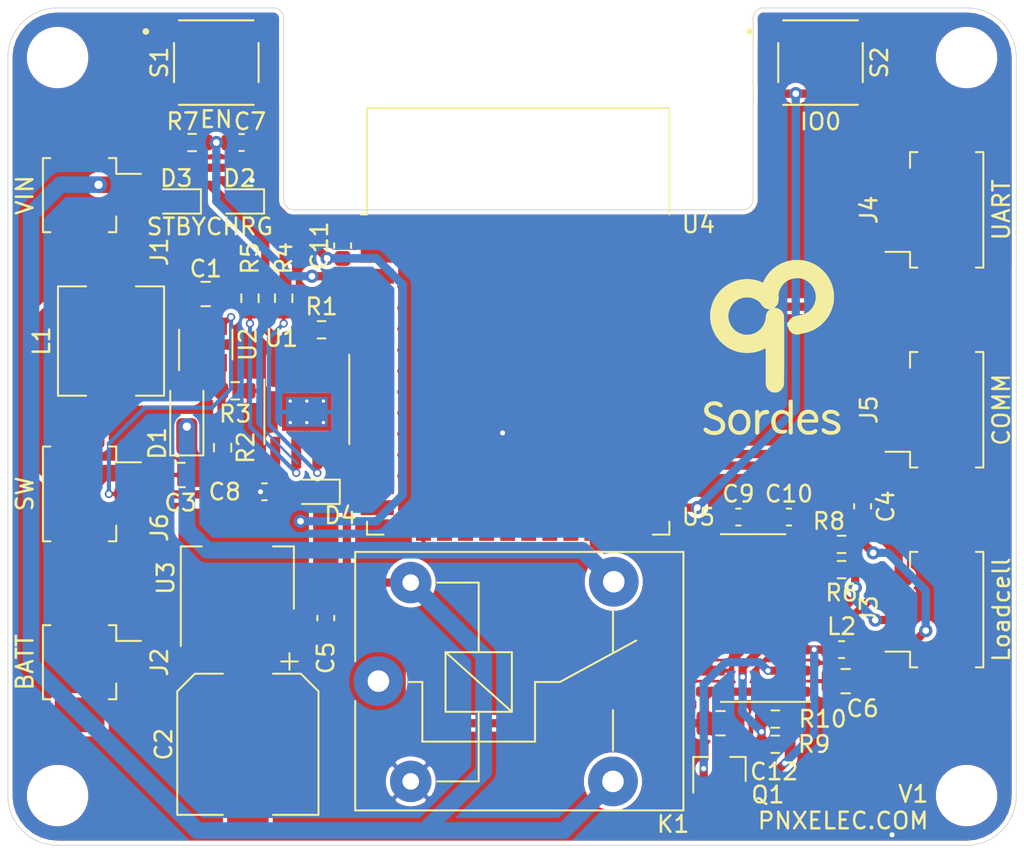
<source format=kicad_pcb>
(kicad_pcb (version 20171130) (host pcbnew "(5.1.12)-1")
  (layers (0 F.Cu signal) (31 B.Cu signal) (34 B.Paste user) (35 F.Paste user) (36 B.SilkS user) (37 F.SilkS user) (38 B.Mask user) (39 F.Mask user) (44 Edge.Cuts user))
  (net 0 "")
  (net 1 /BAT)
  (net 2 GND)
  (net 3 +5VL)
  (net 4 +5VA)
  (net 5 "Net-(C4-Pad1)")
  (net 6 /EN)
  (net 7 +3V3)
  (net 8 "Net-(C9-Pad2)")
  (net 9 "Net-(C10-Pad2)")
  (net 10 "Net-(C10-Pad1)")
  (net 11 "Net-(D1-Pad2)")
  (net 12 "Net-(D2-Pad1)")
  (net 13 +5V)
  (net 14 "Net-(D3-Pad1)")
  (net 15 "Net-(J3-Pad2)")
  (net 16 "Net-(J3-Pad1)")
  (net 17 /TX)
  (net 18 /RX)
  (net 19 /RX_COMM)
  (net 20 /TX_COMM)
  (net 21 "Net-(L2-Pad2)")
  (net 22 "Net-(Q1-Pad1)")
  (net 23 "Net-(R1-Pad1)")
  (net 24 "Net-(R2-Pad2)")
  (net 25 "Net-(R4-Pad2)")
  (net 26 "Net-(R5-Pad2)")
  (net 27 "Net-(R10-Pad1)")
  (net 28 /IO0)
  (net 29 "Net-(U4-Pad4)")
  (net 30 "Net-(U4-Pad5)")
  (net 31 "Net-(U4-Pad6)")
  (net 32 "Net-(U4-Pad7)")
  (net 33 "Net-(U4-Pad8)")
  (net 34 "Net-(U4-Pad9)")
  (net 35 "Net-(U4-Pad10)")
  (net 36 "Net-(U4-Pad11)")
  (net 37 "Net-(U4-Pad12)")
  (net 38 "Net-(U4-Pad13)")
  (net 39 "Net-(U4-Pad14)")
  (net 40 "Net-(U4-Pad16)")
  (net 41 "Net-(U4-Pad17)")
  (net 42 "Net-(U4-Pad18)")
  (net 43 "Net-(U4-Pad19)")
  (net 44 "Net-(U4-Pad20)")
  (net 45 "Net-(U4-Pad21)")
  (net 46 "Net-(U4-Pad22)")
  (net 47 /DAT)
  (net 48 "Net-(U4-Pad24)")
  (net 49 /SCK)
  (net 50 "Net-(U4-Pad29)")
  (net 51 "Net-(U4-Pad30)")
  (net 52 "Net-(U4-Pad31)")
  (net 53 "Net-(U4-Pad32)")
  (net 54 "Net-(U4-Pad33)")
  (net 55 "Net-(U4-Pad36)")
  (net 56 "Net-(U4-Pad37)")
  (net 57 "Net-(U5-Pad13)")
  (net 58 "Net-(J6-Pad2)")
  (module KIcad:sordes (layer F.Cu) (at 119.634 64.516)
    (fp_text reference G*** hide)
    (fp_text value LOGO hide)
  )
  (module Package_SO:SO-16_3.9x9.9mm_P1.27mm (layer F.Cu) (at 118.491 80.899 180)
    (fp_text reference U5 (at 3.302 6.096 180) (layer F.SilkS))
    (fp_text value HX711)
    (pad 16 smd roundrect (at 2.575 -4.445 180) (size 1.75 0.6) (layers F.Cu F.Paste F.Mask) (net 3 +5VL))
    (pad 15 smd roundrect (at 2.575 -3.175 180) (size 1.75 0.6) (layers F.Cu F.Paste F.Mask) (net 2 GND))
    (pad 14 smd roundrect (at 2.575 -1.905 180) (size 1.75 0.6) (layers F.Cu F.Paste F.Mask) (net 2 GND))
    (pad 13 smd roundrect (at 2.575 -0.635 180) (size 1.75 0.6) (layers F.Cu F.Paste F.Mask) (net 57 "Net-(U5-Pad13)"))
    (pad 12 smd roundrect (at 2.575 0.635 180) (size 1.75 0.6) (layers F.Cu F.Paste F.Mask) (net 47 /DAT))
    (pad 11 smd roundrect (at 2.575 1.905 180) (size 1.75 0.6) (layers F.Cu F.Paste F.Mask) (net 49 /SCK))
    (pad 10 smd roundrect (at 2.575 3.175 180) (size 1.75 0.6) (layers F.Cu F.Paste F.Mask) (net 2 GND))
    (pad 9 smd roundrect (at 2.575 4.445 180) (size 1.75 0.6) (layers F.Cu F.Paste F.Mask) (net 2 GND))
    (pad 8 smd roundrect (at -2.575 4.445 180) (size 1.75 0.6) (layers F.Cu F.Paste F.Mask) (net 9 "Net-(C10-Pad2)"))
    (pad 7 smd roundrect (at -2.575 3.175 180) (size 1.75 0.6) (layers F.Cu F.Paste F.Mask) (net 10 "Net-(C10-Pad1)"))
    (pad 6 smd roundrect (at -2.575 1.905 180) (size 1.75 0.6) (layers F.Cu F.Paste F.Mask) (net 8 "Net-(C9-Pad2)"))
    (pad 5 smd roundrect (at -2.575 0.635 180) (size 1.75 0.6) (layers F.Cu F.Paste F.Mask) (net 2 GND))
    (pad 4 smd roundrect (at -2.575 -0.635 180) (size 1.75 0.6) (layers F.Cu F.Paste F.Mask) (net 27 "Net-(R10-Pad1)"))
    (pad 3 smd roundrect (at -2.575 -1.905 180) (size 1.75 0.6) (layers F.Cu F.Paste F.Mask) (net 21 "Net-(L2-Pad2)"))
    (pad 2 smd roundrect (at -2.575 -3.175 180) (size 1.75 0.6) (layers F.Cu F.Paste F.Mask) (net 22 "Net-(Q1-Pad1)"))
    (pad 1 smd roundrect (at -2.575 -4.445 180) (size 1.75 0.6) (layers F.Cu F.Paste F.Mask) (net 3 +5VL))
  )
  (module Capacitor_SMD:C_0805_2012Metric (layer F.Cu) (at 85.471 61.341)
    (fp_text reference C1 (at 0 -1.524) (layer F.SilkS))
    (fp_text value 22uf)
    (pad 1 smd roundrect (at -0.95 0) (size 1 1.45) (layers F.Cu F.Paste F.Mask) (net 1 /BAT))
    (pad 2 smd roundrect (at 0.95 0) (size 1 1.45) (layers F.Cu F.Paste F.Mask) (net 2 GND))
  )
  (module Capacitor_SMD:CP_Elec_8x10 (layer F.Cu) (at 88.011 88.519 270)
    (fp_text reference C2 (at 0 5.08 90) (layer F.SilkS))
    (fp_text value 1000uf)
    (pad 1 smd roundrect (at -3.25 0 270) (size 3.5 2.5) (layers F.Cu F.Paste F.Mask) (roundrect_rratio 0.1) (net 3 +5VL))
    (pad 2 smd roundrect (at 3.25 0 270) (size 3.5 2.5) (layers F.Cu F.Paste F.Mask) (roundrect_rratio 0.1) (net 2 GND))
  )
  (module Capacitor_SMD:C_0805_2012Metric (layer F.Cu) (at 83.947 72.263 180)
    (fp_text reference C3 (at 0 -1.68) (layer F.SilkS))
    (fp_text value 22uf)
    (pad 2 smd roundrect (at 0.95 0 180) (size 1 1.45) (layers F.Cu F.Paste F.Mask) (net 2 GND))
    (pad 1 smd roundrect (at -0.95 0 180) (size 1 1.45) (layers F.Cu F.Paste F.Mask) (net 4 +5VA))
  )
  (module Capacitor_SMD:C_0603_1608Metric (layer F.Cu) (at 125.095 74.155 90)
    (fp_text reference C4 (at -0.013 1.397 90) (layer F.SilkS))
    (fp_text value 100nf)
    (pad 1 smd roundrect (at -0.775 0 90) (size 0.9 0.95) (layers F.Cu F.Paste F.Mask) (net 5 "Net-(C4-Pad1)"))
    (pad 2 smd roundrect (at 0.775 0 90) (size 0.9 0.95) (layers F.Cu F.Paste F.Mask) (net 2 GND))
  )
  (module Capacitor_SMD:C_0603_1608Metric (layer F.Cu) (at 92.71 80.899 90)
    (fp_text reference C5 (at -2.413 0 270) (layer F.SilkS))
    (fp_text value 100nf)
    (pad 1 smd roundrect (at -0.775 0 90) (size 0.9 0.95) (layers F.Cu F.Paste F.Mask) (net 3 +5VL))
    (pad 2 smd roundrect (at 0.775 0 90) (size 0.9 0.95) (layers F.Cu F.Paste F.Mask) (net 2 GND))
  )
  (module Capacitor_SMD:C_0805_2012Metric (layer F.Cu) (at 124.079 84.709 180)
    (fp_text reference C6 (at -1.016 -1.651) (layer F.SilkS))
    (fp_text value 10uf)
    (pad 2 smd roundrect (at 0.95 0 180) (size 1 1.45) (layers F.Cu F.Paste F.Mask) (net 2 GND))
    (pad 1 smd roundrect (at -0.95 0 180) (size 1 1.45) (layers F.Cu F.Paste F.Mask) (net 5 "Net-(C4-Pad1)"))
  )
  (module Capacitor_SMD:C_0603_1608Metric (layer F.Cu) (at 87.63 52.197)
    (fp_text reference C7 (at 0.508 -1.27) (layer F.SilkS))
    (fp_text value 100nf)
    (pad 1 smd roundrect (at -0.775 0) (size 0.9 0.95) (layers F.Cu F.Paste F.Mask) (net 6 /EN))
    (pad 2 smd roundrect (at 0.775 0) (size 0.9 0.95) (layers F.Cu F.Paste F.Mask) (net 2 GND))
  )
  (module Capacitor_SMD:C_0603_1608Metric (layer F.Cu) (at 89.014 73.279 180)
    (fp_text reference C8 (at 2.4 0) (layer F.SilkS))
    (fp_text value 100nf)
    (pad 2 smd roundrect (at 0.775 0 180) (size 0.9 0.95) (layers F.Cu F.Paste F.Mask) (net 2 GND))
    (pad 1 smd roundrect (at -0.775 0 180) (size 0.9 0.95) (layers F.Cu F.Paste F.Mask) (net 7 +3V3))
  )
  (module Capacitor_SMD:C_0603_1608Metric (layer F.Cu) (at 117.602 74.803)
    (fp_text reference C9 (at 0 -1.397) (layer F.SilkS))
    (fp_text value 100nf)
    (pad 1 smd roundrect (at -0.775 0) (size 0.9 0.95) (layers F.Cu F.Paste F.Mask) (net 2 GND))
    (pad 2 smd roundrect (at 0.775 0) (size 0.9 0.95) (layers F.Cu F.Paste F.Mask) (net 8 "Net-(C9-Pad2)"))
  )
  (module Capacitor_SMD:C_0603_1608Metric (layer F.Cu) (at 120.65 74.803)
    (fp_text reference C10 (at 0 -1.397) (layer F.SilkS))
    (fp_text value 100nf)
    (pad 2 smd roundrect (at 0.775 0) (size 0.9 0.95) (layers F.Cu F.Paste F.Mask) (net 9 "Net-(C10-Pad2)"))
    (pad 1 smd roundrect (at -0.775 0) (size 0.9 0.95) (layers F.Cu F.Paste F.Mask) (net 10 "Net-(C10-Pad1)"))
  )
  (module Capacitor_SMD:C_0603_1608Metric (layer F.Cu) (at 93.726 58.42 270)
    (fp_text reference C11 (at 0 1.397 90) (layer F.SilkS))
    (fp_text value 100nf)
    (pad 2 smd roundrect (at 0.775 0 270) (size 0.9 0.95) (layers F.Cu F.Paste F.Mask) (net 7 +3V3))
    (pad 1 smd roundrect (at -0.775 0 270) (size 0.9 0.95) (layers F.Cu F.Paste F.Mask) (net 2 GND))
  )
  (module Capacitor_SMD:C_0805_2012Metric (layer F.Cu) (at 116.52 87.249)
    (fp_text reference C12 (at 3.241 2.921) (layer F.SilkS))
    (fp_text value 10uf)
    (pad 1 smd roundrect (at -0.95 0) (size 1 1.45) (layers F.Cu F.Paste F.Mask) (net 3 +5VL))
    (pad 2 smd roundrect (at 0.95 0) (size 1 1.45) (layers F.Cu F.Paste F.Mask) (net 2 GND))
  )
  (module Diode_SMD:D_SOD-123 (layer F.Cu) (at 84.328 68.834 90)
    (fp_text reference D1 (at -1.524 -1.778 90) (layer F.SilkS))
    (fp_text value B0520LW)
    (pad 1 smd rect (at -1.65 0 90) (size 0.9 1.2) (layers F.Cu F.Paste F.Mask) (net 4 +5VA))
    (pad 2 smd rect (at 1.65 0 90) (size 0.9 1.2) (layers F.Cu F.Paste F.Mask) (net 11 "Net-(D1-Pad2)"))
  )
  (module LED_SMD:LED_0603_1608Metric (layer F.Cu) (at 87.503 55.753 180)
    (fp_text reference D2 (at 0 1.397) (layer F.SilkS))
    (fp_text value CHRG (at 0 -1.524) (layer F.SilkS))
    (pad 2 smd roundrect (at 0.7875 0 180) (size 0.875 0.95) (layers F.Cu F.Paste F.Mask) (net 13 +5V))
    (pad 1 smd roundrect (at -0.7875 0 180) (size 0.875 0.95) (layers F.Cu F.Paste F.Mask) (net 12 "Net-(D2-Pad1)"))
  )
  (module LED_SMD:LED_0603_1608Metric (layer F.Cu) (at 83.693 55.753 180)
    (fp_text reference D3 (at 0 1.397) (layer F.SilkS))
    (fp_text value STBY (at 0 -1.524) (layer F.SilkS))
    (pad 2 smd roundrect (at 0.7875 0 180) (size 0.875 0.95) (layers F.Cu F.Paste F.Mask) (net 13 +5V))
    (pad 1 smd roundrect (at -0.7875 0 180) (size 0.875 0.95) (layers F.Cu F.Paste F.Mask) (net 14 "Net-(D3-Pad1)"))
  )
  (module LED_SMD:LED_0603_1608Metric (layer F.Cu) (at 92.075 73.279 180)
    (fp_text reference D4 (at -1.524 -1.43) (layer F.SilkS))
    (fp_text value 3.3v)
    (pad 1 smd roundrect (at -0.7875 0 180) (size 0.875 0.95) (layers F.Cu F.Paste F.Mask) (net 2 GND))
    (pad 2 smd roundrect (at 0.7875 0 180) (size 0.875 0.95) (layers F.Cu F.Paste F.Mask) (net 7 +3V3))
  )
  (module Connector_Molex:Molex_PicoBlade_53261-0271_1x02-1MP_P1.25mm_Horizontal (layer F.Cu) (at 78.359 55.372 270)
    (fp_text reference J1 (at 3.429 -4.318 90) (layer F.SilkS))
    (fp_text value VIN (at 0 3.8 90) (layer F.SilkS))
    (pad MP smd roundrect (at 3.175 0.5 270) (size 2.1 3) (layers F.Cu F.Paste F.Mask) (roundrect_rratio 0.119047619047619))
    (pad MP smd roundrect (at -3.175 0.5 270) (size 2.1 3) (layers F.Cu F.Paste F.Mask) (roundrect_rratio 0.119047619047619))
    (pad 2 smd roundrect (at 0.625 -2.4 270) (size 0.8 1.6) (layers F.Cu F.Paste F.Mask) (net 2 GND))
    (pad 1 smd roundrect (at -0.625 -2.4 270) (size 0.8 1.6) (layers F.Cu F.Paste F.Mask) (net 13 +5V))
  )
  (module Connector_Molex:Molex_PicoBlade_53261-0271_1x02-1MP_P1.25mm_Horizontal (layer F.Cu) (at 78.359 83.566 270)
    (fp_text reference J2 (at 0 -4.318 90) (layer F.SilkS))
    (fp_text value BATT (at 0 3.8 90) (layer F.SilkS))
    (pad 1 smd roundrect (at -0.625 -2.4 270) (size 0.8 1.6) (layers F.Cu F.Paste F.Mask) (net 1 /BAT))
    (pad 2 smd roundrect (at 0.625 -2.4 270) (size 0.8 1.6) (layers F.Cu F.Paste F.Mask) (net 2 GND))
    (pad MP smd roundrect (at -3.175 0.5 270) (size 2.1 3) (layers F.Cu F.Paste F.Mask) (roundrect_rratio 0.119047619047619))
    (pad MP smd roundrect (at 3.175 0.5 270) (size 2.1 3) (layers F.Cu F.Paste F.Mask) (roundrect_rratio 0.119047619047619))
  )
  (module Connector_Molex:Molex_PicoBlade_53261-0471_1x04-1MP_P1.25mm_Horizontal (layer F.Cu) (at 129.667 80.391 90)
    (fp_text reference J3 (at 0 -4.191 90) (layer F.SilkS))
    (fp_text value Loadcell (at 0 3.8 90) (layer F.SilkS))
    (pad MP smd roundrect (at 4.425 0.5 90) (size 2.1 3) (layers F.Cu F.Paste F.Mask) (roundrect_rratio 0.119047619047619))
    (pad MP smd roundrect (at -4.425 0.5 90) (size 2.1 3) (layers F.Cu F.Paste F.Mask) (roundrect_rratio 0.119047619047619))
    (pad 4 smd roundrect (at 1.875 -2.4 90) (size 0.8 1.6) (layers F.Cu F.Paste F.Mask) (net 5 "Net-(C4-Pad1)"))
    (pad 3 smd roundrect (at 0.625 -2.4 90) (size 0.8 1.6) (layers F.Cu F.Paste F.Mask) (net 2 GND))
    (pad 2 smd roundrect (at -0.625 -2.4 90) (size 0.8 1.6) (layers F.Cu F.Paste F.Mask) (net 15 "Net-(J3-Pad2)"))
    (pad 1 smd roundrect (at -1.875 -2.4 90) (size 0.8 1.6) (layers F.Cu F.Paste F.Mask) (net 16 "Net-(J3-Pad1)"))
  )
  (module Connector_Molex:Molex_PicoBlade_53261-0471_1x04-1MP_P1.25mm_Horizontal (layer F.Cu) (at 129.667 56.261 90)
    (fp_text reference J4 (at 0 -4.191 90) (layer F.SilkS))
    (fp_text value UART (at 0 3.8 90) (layer F.SilkS))
    (pad 1 smd roundrect (at -1.875 -2.4 90) (size 0.8 1.6) (layers F.Cu F.Paste F.Mask) (net 18 /RX))
    (pad 2 smd roundrect (at -0.625 -2.4 90) (size 0.8 1.6) (layers F.Cu F.Paste F.Mask) (net 17 /TX))
    (pad 3 smd roundrect (at 0.625 -2.4 90) (size 0.8 1.6) (layers F.Cu F.Paste F.Mask) (net 2 GND))
    (pad 4 smd roundrect (at 1.875 -2.4 90) (size 0.8 1.6) (layers F.Cu F.Paste F.Mask) (net 3 +5VL))
    (pad MP smd roundrect (at -4.425 0.5 90) (size 2.1 3) (layers F.Cu F.Paste F.Mask) (roundrect_rratio 0.119047619047619))
    (pad MP smd roundrect (at 4.425 0.5 90) (size 2.1 3) (layers F.Cu F.Paste F.Mask) (roundrect_rratio 0.119047619047619))
  )
  (module Connector_Molex:Molex_PicoBlade_53261-0471_1x04-1MP_P1.25mm_Horizontal (layer F.Cu) (at 129.667 68.326 90)
    (fp_text reference J5 (at 0 -4.191 90) (layer F.SilkS))
    (fp_text value COMM (at 0 3.8 90) (layer F.SilkS))
    (pad 1 smd roundrect (at -1.875 -2.4 90) (size 0.8 1.6) (layers F.Cu F.Paste F.Mask) (net 19 /RX_COMM))
    (pad 2 smd roundrect (at -0.625 -2.4 90) (size 0.8 1.6) (layers F.Cu F.Paste F.Mask) (net 20 /TX_COMM))
    (pad 3 smd roundrect (at 0.625 -2.4 90) (size 0.8 1.6) (layers F.Cu F.Paste F.Mask) (net 2 GND))
    (pad 4 smd roundrect (at 1.875 -2.4 90) (size 0.8 1.6) (layers F.Cu F.Paste F.Mask) (net 3 +5VL))
    (pad MP smd roundrect (at -4.425 0.5 90) (size 2.1 3) (layers F.Cu F.Paste F.Mask) (roundrect_rratio 0.119047619047619))
    (pad MP smd roundrect (at 4.425 0.5 90) (size 2.1 3) (layers F.Cu F.Paste F.Mask) (roundrect_rratio 0.119047619047619))
  )
  (module Relay_THT:Relay_SPDT_SANYOU_SRD_Series_Form_C (layer F.Cu) (at 95.885 84.709)
    (fp_text reference K1 (at 17.78 8.636) (layer F.SilkS))
    (fp_text value POWER_SLCT)
    (pad 2 thru_hole circle (at 1.95 6.05 90) (size 2.5 2.5) (drill 1) (layers *.Cu *.Mask) (net 2 GND))
    (pad 3 thru_hole circle (at 14.15 6.05 90) (size 3 3) (drill 1.3) (layers *.Cu *.Mask) (net 13 +5V))
    (pad 4 thru_hole circle (at 14.2 -6 90) (size 3 3) (drill 1.3) (layers *.Cu *.Mask) (net 4 +5VA))
    (pad 5 thru_hole circle (at 1.95 -5.95 90) (size 2.5 2.5) (drill 1) (layers *.Cu *.Mask) (net 13 +5V))
    (pad 1 thru_hole circle (at 0 0 90) (size 3 3) (drill 1.3) (layers *.Cu *.Mask) (net 3 +5VL))
  )
  (module Inductor_SMD:L_6.3x6.3_H3 (layer F.Cu) (at 79.756 64.179 270)
    (fp_text reference L1 (at 0 4.191 90) (layer F.SilkS))
    (fp_text value 4.7uh)
    (pad 1 smd rect (at -2.75 0 270) (size 1.5 2.4) (layers F.Cu F.Paste F.Mask) (net 1 /BAT))
    (pad 2 smd rect (at 2.75 0 270) (size 1.5 2.4) (layers F.Cu F.Paste F.Mask) (net 11 "Net-(D1-Pad2)"))
  )
  (module Inductor_SMD:L_0603_1608Metric (layer F.Cu) (at 123.825 82.804 180)
    (fp_text reference L2 (at 0 1.397) (layer F.SilkS))
    (fp_text value 3.3uh)
    (pad 1 smd roundrect (at -0.7875 0 180) (size 0.875 0.95) (layers F.Cu F.Paste F.Mask) (net 5 "Net-(C4-Pad1)"))
    (pad 2 smd roundrect (at 0.7875 0 180) (size 0.875 0.95) (layers F.Cu F.Paste F.Mask) (net 21 "Net-(L2-Pad2)"))
  )
  (module Package_TO_SOT_SMD:SOT-23 (layer F.Cu) (at 116.459 90.043 90)
    (fp_text reference Q1 (at -1.524 2.921 180) (layer F.SilkS))
    (fp_text value MMBT4403)
    (pad 1 smd rect (at -1 -0.95 90) (size 0.9 0.8) (layers F.Cu F.Paste F.Mask) (net 22 "Net-(Q1-Pad1)"))
    (pad 2 smd rect (at -1 0.95 90) (size 0.9 0.8) (layers F.Cu F.Paste F.Mask) (net 21 "Net-(L2-Pad2)"))
    (pad 3 smd rect (at 1 0 90) (size 0.9 0.8) (layers F.Cu F.Paste F.Mask) (net 3 +5VL))
  )
  (module Resistor_SMD:R_0603_1608Metric (layer F.Cu) (at 92.456 63.5)
    (fp_text reference R1 (at 0 -1.397 180) (layer F.SilkS))
    (fp_text value 1.2k)
    (pad 2 smd roundrect (at 0.825 0) (size 0.8 0.95) (layers F.Cu F.Paste F.Mask) (net 2 GND))
    (pad 1 smd roundrect (at -0.825 0) (size 0.8 0.95) (layers F.Cu F.Paste F.Mask) (net 23 "Net-(R1-Pad1)"))
  )
  (module Resistor_SMD:R_0603_1608Metric (layer F.Cu) (at 86.487 70.612 90)
    (fp_text reference R2 (at 0 1.397 90) (layer F.SilkS))
    (fp_text value 200)
    (pad 1 smd roundrect (at -0.825 0 90) (size 0.8 0.95) (layers F.Cu F.Paste F.Mask) (net 4 +5VA))
    (pad 2 smd roundrect (at 0.825 0 90) (size 0.8 0.95) (layers F.Cu F.Paste F.Mask) (net 24 "Net-(R2-Pad2)"))
  )
  (module Resistor_SMD:R_0603_1608Metric (layer F.Cu) (at 87.249 67.183)
    (fp_text reference R3 (at 0 1.397) (layer F.SilkS))
    (fp_text value 200)
    (pad 1 smd roundrect (at -0.825 0) (size 0.8 0.95) (layers F.Cu F.Paste F.Mask) (net 24 "Net-(R2-Pad2)"))
    (pad 2 smd roundrect (at 0.825 0) (size 0.8 0.95) (layers F.Cu F.Paste F.Mask) (net 2 GND))
  )
  (module Resistor_SMD:R_0603_1608Metric (layer F.Cu) (at 90.17 61.595 270)
    (fp_text reference R4 (at -2.413 0 90) (layer F.SilkS))
    (fp_text value 1k)
    (pad 1 smd roundrect (at -0.825 0 270) (size 0.8 0.95) (layers F.Cu F.Paste F.Mask) (net 12 "Net-(D2-Pad1)"))
    (pad 2 smd roundrect (at 0.825 0 270) (size 0.8 0.95) (layers F.Cu F.Paste F.Mask) (net 25 "Net-(R4-Pad2)"))
  )
  (module Resistor_SMD:R_0603_1608Metric (layer F.Cu) (at 88.138 61.595 270)
    (fp_text reference R5 (at -2.413 0 90) (layer F.SilkS))
    (fp_text value 1k)
    (pad 2 smd roundrect (at 0.825 0 270) (size 0.8 0.95) (layers F.Cu F.Paste F.Mask) (net 26 "Net-(R5-Pad2)"))
    (pad 1 smd roundrect (at -0.825 0 270) (size 0.8 0.95) (layers F.Cu F.Paste F.Mask) (net 14 "Net-(D3-Pad1)"))
  )
  (module Resistor_SMD:R_0603_1608Metric (layer F.Cu) (at 123.825 77.978)
    (fp_text reference R6 (at 0 1.397) (layer F.SilkS))
    (fp_text value 100)
    (pad 1 smd roundrect (at -0.825 0) (size 0.8 0.95) (layers F.Cu F.Paste F.Mask) (net 10 "Net-(C10-Pad1)"))
    (pad 2 smd roundrect (at 0.825 0) (size 0.8 0.95) (layers F.Cu F.Paste F.Mask) (net 15 "Net-(J3-Pad2)"))
  )
  (module Resistor_SMD:R_0603_1608Metric (layer F.Cu) (at 84.646 52.197)
    (fp_text reference R7 (at -0.572 -1.27) (layer F.SilkS))
    (fp_text value 10k)
    (pad 1 smd roundrect (at -0.825 0) (size 0.8 0.95) (layers F.Cu F.Paste F.Mask) (net 7 +3V3))
    (pad 2 smd roundrect (at 0.825 0) (size 0.8 0.95) (layers F.Cu F.Paste F.Mask) (net 6 /EN))
  )
  (module Resistor_SMD:R_0603_1608Metric (layer F.Cu) (at 123.825 76.454)
    (fp_text reference R8 (at -0.762 -1.397) (layer F.SilkS))
    (fp_text value 100)
    (pad 2 smd roundrect (at 0.825 0) (size 0.8 0.95) (layers F.Cu F.Paste F.Mask) (net 16 "Net-(J3-Pad1)"))
    (pad 1 smd roundrect (at -0.825 0) (size 0.8 0.95) (layers F.Cu F.Paste F.Mask) (net 9 "Net-(C10-Pad2)"))
  )
  (module Resistor_SMD:R_0603_1608Metric (layer F.Cu) (at 119.825 88.519 180)
    (fp_text reference R9 (at -2.349 0) (layer F.SilkS))
    (fp_text value 20k)
    (pad 2 smd roundrect (at 0.825 0 180) (size 0.8 0.95) (layers F.Cu F.Paste F.Mask) (net 27 "Net-(R10-Pad1)"))
    (pad 1 smd roundrect (at -0.825 0 180) (size 0.8 0.95) (layers F.Cu F.Paste F.Mask) (net 21 "Net-(L2-Pad2)"))
  )
  (module Resistor_SMD:R_0603_1608Metric (layer F.Cu) (at 119.825 86.995)
    (fp_text reference R10 (at 2.857 0) (layer F.SilkS))
    (fp_text value 8.2k)
    (pad 2 smd roundrect (at 0.825 0) (size 0.8 0.95) (layers F.Cu F.Paste F.Mask) (net 2 GND))
    (pad 1 smd roundrect (at -0.825 0) (size 0.8 0.95) (layers F.Cu F.Paste F.Mask) (net 27 "Net-(R10-Pad1)"))
  )
  (module KIcad:SW_TS-1187A-B-A-B (layer F.Cu) (at 86.106 47.371)
    (fp_text reference S1 (at -3.429 0 90) (layer F.SilkS))
    (fp_text value EN (at 0 3.429) (layer F.SilkS))
    (pad D smd rect (at 3 1.875) (size 1 0.75) (layers F.Cu F.Paste F.Mask) (net 6 /EN))
    (pad C smd rect (at -3 1.875) (size 1 0.75) (layers F.Cu F.Paste F.Mask) (net 6 /EN))
    (pad B smd rect (at 3 -1.875) (size 1 0.75) (layers F.Cu F.Paste F.Mask) (net 2 GND))
    (pad A smd rect (at -3 -1.875) (size 1 0.75) (layers F.Cu F.Paste F.Mask) (net 2 GND))
  )
  (module KIcad:SW_TS-1187A-B-A-B (layer F.Cu) (at 122.555 47.371)
    (fp_text reference S2 (at 3.556 0 90) (layer F.SilkS))
    (fp_text value IO0 (at 0 3.565) (layer F.SilkS))
    (pad A smd rect (at -3 -1.875) (size 1 0.75) (layers F.Cu F.Paste F.Mask) (net 2 GND))
    (pad B smd rect (at 3 -1.875) (size 1 0.75) (layers F.Cu F.Paste F.Mask) (net 2 GND))
    (pad C smd rect (at -3 1.875) (size 1 0.75) (layers F.Cu F.Paste F.Mask) (net 28 /IO0))
    (pad D smd rect (at 3 1.875) (size 1 0.75) (layers F.Cu F.Paste F.Mask) (net 28 /IO0))
  )
  (module Package_TO_SOT_SMD:SOT-23-6 (layer F.Cu) (at 85.471 64.389 90)
    (fp_text reference U2 (at 0 2.54 270) (layer F.SilkS))
    (fp_text value SX1308)
    (pad 1 smd rect (at -1.1 -0.95 90) (size 1.06 0.65) (layers F.Cu F.Paste F.Mask) (net 11 "Net-(D1-Pad2)"))
    (pad 2 smd rect (at -1.1 0 90) (size 1.06 0.65) (layers F.Cu F.Paste F.Mask) (net 2 GND))
    (pad 3 smd rect (at -1.1 0.95 90) (size 1.06 0.65) (layers F.Cu F.Paste F.Mask) (net 24 "Net-(R2-Pad2)"))
    (pad 4 smd rect (at 1.1 0.95 90) (size 1.06 0.65) (layers F.Cu F.Paste F.Mask) (net 58 "Net-(J6-Pad2)"))
    (pad 6 smd rect (at 1.1 -0.95 90) (size 1.06 0.65) (layers F.Cu F.Paste F.Mask))
    (pad 5 smd rect (at 1.1 0 90) (size 1.06 0.65) (layers F.Cu F.Paste F.Mask) (net 1 /BAT))
  )
  (module Package_TO_SOT_SMD:SOT-223-3_TabPin2 (layer F.Cu) (at 87.376 78.486 90)
    (fp_text reference U3 (at 0 -4.318 90) (layer F.SilkS))
    (fp_text value AMS1117-3.3)
    (pad 2 smd rect (at 3.15 0 90) (size 2 3.8) (layers F.Cu F.Paste F.Mask) (net 7 +3V3))
    (pad 2 smd rect (at -3.15 0 90) (size 2 1.5) (layers F.Cu F.Paste F.Mask) (net 7 +3V3))
    (pad 3 smd rect (at -3.15 2.3 90) (size 2 1.5) (layers F.Cu F.Paste F.Mask) (net 3 +5VL))
    (pad 1 smd rect (at -3.15 -2.3 90) (size 2 1.5) (layers F.Cu F.Paste F.Mask) (net 2 GND))
  )
  (module RF_Module:ESP32-WROOM-32 (layer F.Cu) (at 104.318001 65.983001)
    (fp_text reference U4 (at 10.870999 -8.833001 180) (layer F.SilkS))
    (fp_text value ESP32-WROOM-32D)
    (pad 39 smd rect (at -1 -0.755) (size 5 5) (layers F.Cu F.Paste F.Mask) (net 2 GND))
    (pad 1 smd rect (at -8.5 -8.255) (size 2 0.9) (layers F.Cu F.Paste F.Mask) (net 2 GND))
    (pad 2 smd rect (at -8.5 -6.985) (size 2 0.9) (layers F.Cu F.Paste F.Mask) (net 7 +3V3))
    (pad 3 smd rect (at -8.5 -5.715) (size 2 0.9) (layers F.Cu F.Paste F.Mask) (net 6 /EN))
    (pad 4 smd rect (at -8.5 -4.445) (size 2 0.9) (layers F.Cu F.Paste F.Mask) (net 29 "Net-(U4-Pad4)"))
    (pad 5 smd rect (at -8.5 -3.175) (size 2 0.9) (layers F.Cu F.Paste F.Mask) (net 30 "Net-(U4-Pad5)"))
    (pad 6 smd rect (at -8.5 -1.905) (size 2 0.9) (layers F.Cu F.Paste F.Mask) (net 31 "Net-(U4-Pad6)"))
    (pad 7 smd rect (at -8.5 -0.635) (size 2 0.9) (layers F.Cu F.Paste F.Mask) (net 32 "Net-(U4-Pad7)"))
    (pad 8 smd rect (at -8.5 0.635) (size 2 0.9) (layers F.Cu F.Paste F.Mask) (net 33 "Net-(U4-Pad8)"))
    (pad 9 smd rect (at -8.5 1.905) (size 2 0.9) (layers F.Cu F.Paste F.Mask) (net 34 "Net-(U4-Pad9)"))
    (pad 10 smd rect (at -8.5 3.175) (size 2 0.9) (layers F.Cu F.Paste F.Mask) (net 35 "Net-(U4-Pad10)"))
    (pad 11 smd rect (at -8.5 4.445) (size 2 0.9) (layers F.Cu F.Paste F.Mask) (net 36 "Net-(U4-Pad11)"))
    (pad 12 smd rect (at -8.5 5.715) (size 2 0.9) (layers F.Cu F.Paste F.Mask) (net 37 "Net-(U4-Pad12)"))
    (pad 13 smd rect (at -8.5 6.985) (size 2 0.9) (layers F.Cu F.Paste F.Mask) (net 38 "Net-(U4-Pad13)"))
    (pad 14 smd rect (at -8.5 8.255) (size 2 0.9) (layers F.Cu F.Paste F.Mask) (net 39 "Net-(U4-Pad14)"))
    (pad 15 smd rect (at -5.715 9.255 90) (size 2 0.9) (layers F.Cu F.Paste F.Mask) (net 2 GND))
    (pad 16 smd rect (at -4.445 9.255 90) (size 2 0.9) (layers F.Cu F.Paste F.Mask) (net 40 "Net-(U4-Pad16)"))
    (pad 17 smd rect (at -3.175 9.255 90) (size 2 0.9) (layers F.Cu F.Paste F.Mask) (net 41 "Net-(U4-Pad17)"))
    (pad 18 smd rect (at -1.905 9.255 90) (size 2 0.9) (layers F.Cu F.Paste F.Mask) (net 42 "Net-(U4-Pad18)"))
    (pad 19 smd rect (at -0.635 9.255 90) (size 2 0.9) (layers F.Cu F.Paste F.Mask) (net 43 "Net-(U4-Pad19)"))
    (pad 20 smd rect (at 0.635 9.255 90) (size 2 0.9) (layers F.Cu F.Paste F.Mask) (net 44 "Net-(U4-Pad20)"))
    (pad 21 smd rect (at 1.905 9.255 90) (size 2 0.9) (layers F.Cu F.Paste F.Mask) (net 45 "Net-(U4-Pad21)"))
    (pad 22 smd rect (at 3.175 9.255 90) (size 2 0.9) (layers F.Cu F.Paste F.Mask) (net 46 "Net-(U4-Pad22)"))
    (pad 23 smd rect (at 4.445 9.255 90) (size 2 0.9) (layers F.Cu F.Paste F.Mask) (net 47 /DAT))
    (pad 24 smd rect (at 5.715 9.255 90) (size 2 0.9) (layers F.Cu F.Paste F.Mask) (net 48 "Net-(U4-Pad24)"))
    (pad 25 smd rect (at 8.5 8.255) (size 2 0.9) (layers F.Cu F.Paste F.Mask) (net 28 /IO0))
    (pad 26 smd rect (at 8.5 6.985) (size 2 0.9) (layers F.Cu F.Paste F.Mask) (net 49 /SCK))
    (pad 27 smd rect (at 8.5 5.715) (size 2 0.9) (layers F.Cu F.Paste F.Mask) (net 19 /RX_COMM))
    (pad 28 smd rect (at 8.5 4.445) (size 2 0.9) (layers F.Cu F.Paste F.Mask) (net 20 /TX_COMM))
    (pad 29 smd rect (at 8.5 3.175) (size 2 0.9) (layers F.Cu F.Paste F.Mask) (net 50 "Net-(U4-Pad29)"))
    (pad 30 smd rect (at 8.5 1.905) (size 2 0.9) (layers F.Cu F.Paste F.Mask) (net 51 "Net-(U4-Pad30)"))
    (pad 31 smd rect (at 8.5 0.635) (size 2 0.9) (layers F.Cu F.Paste F.Mask) (net 52 "Net-(U4-Pad31)"))
    (pad 32 smd rect (at 8.5 -0.635) (size 2 0.9) (layers F.Cu F.Paste F.Mask) (net 53 "Net-(U4-Pad32)"))
    (pad 33 smd rect (at 8.5 -1.905) (size 2 0.9) (layers F.Cu F.Paste F.Mask) (net 54 "Net-(U4-Pad33)"))
    (pad 34 smd rect (at 8.5 -3.175) (size 2 0.9) (layers F.Cu F.Paste F.Mask) (net 18 /RX))
    (pad 35 smd rect (at 8.5 -4.445) (size 2 0.9) (layers F.Cu F.Paste F.Mask) (net 17 /TX))
    (pad 36 smd rect (at 8.5 -5.715) (size 2 0.9) (layers F.Cu F.Paste F.Mask) (net 55 "Net-(U4-Pad36)"))
    (pad 37 smd rect (at 8.5 -6.985) (size 2 0.9) (layers F.Cu F.Paste F.Mask) (net 56 "Net-(U4-Pad37)"))
    (pad 38 smd rect (at 8.5 -8.255) (size 2 0.9) (layers F.Cu F.Paste F.Mask) (net 2 GND))
  )
  (module Connector_Molex:Molex_PicoBlade_53261-0371_1x03-1MP_P1.25mm_Horizontal (layer F.Cu) (at 78.359 73.406 270)
    (fp_text reference J6 (at 2.032 -4.318 90) (layer F.SilkS))
    (fp_text value SW (at 0 3.8 90) (layer F.SilkS))
    (pad 1 smd roundrect (at -1.25 -2.4 270) (size 0.8 1.6) (layers F.Cu F.Paste F.Mask) (net 1 /BAT))
    (pad 2 smd roundrect (at 0 -2.4 270) (size 0.8 1.6) (layers F.Cu F.Paste F.Mask) (net 58 "Net-(J6-Pad2)"))
    (pad 3 smd roundrect (at 1.25 -2.4 270) (size 0.8 1.6) (layers F.Cu F.Paste F.Mask) (net 2 GND))
    (pad MP smd roundrect (at -3.8 0.5 270) (size 2.1 3) (layers F.Cu F.Paste F.Mask) (roundrect_rratio 0.119047619047619))
    (pad MP smd roundrect (at 3.8 0.5 270) (size 2.1 3) (layers F.Cu F.Paste F.Mask) (roundrect_rratio 0.119047619047619))
  )
  (module MountingHole:MountingHole_3.2mm_M3 (layer F.Cu) (at 131.366 47.069)
    (fp_text reference H1)
    (fp_text value MountingHole)
    (pad 1 np_thru_hole circle (at 0 0) (size 3.2 3.2) (drill 3.2) (layers *.Cu *.Mask))
  )
  (module MountingHole:MountingHole_3.2mm_M3 (layer F.Cu) (at 76.533 91.615)
    (fp_text reference H2)
    (fp_text value MountingHole)
    (pad 1 np_thru_hole circle (at 0 0) (size 3.2 3.2) (drill 3.2) (layers *.Cu *.Mask))
  )
  (module MountingHole:MountingHole_3.2mm_M3 (layer F.Cu) (at 131.366 91.615)
    (fp_text reference H3)
    (fp_text value MountingHole)
    (pad 1 np_thru_hole circle (at 0 0) (size 3.2 3.2) (drill 3.2) (layers *.Cu *.Mask))
  )
  (module MountingHole:MountingHole_3.2mm_M3 (layer F.Cu) (at 76.533 47.069)
    (fp_text reference H4)
    (fp_text value MountingHole)
    (pad 1 np_thru_hole circle (at 0 0) (size 3.2 3.2) (drill 3.2) (layers *.Cu *.Mask))
  )
  (module Package_SO:SOIC-8-1EP_3.9x4.9mm_P1.27mm_EP2.29x3mm_ThermalVias (layer F.Cu) (at 91.567 68.453 270)
    (fp_text reference U1 (at -4.445 1.524 180) (layer F.SilkS))
    (fp_text value TP4056)
    (pad 9 smd rect (at 0 0 270) (size 1.8 2.5) (layers B.Cu) (net 2 GND))
    (pad 9 thru_hole circle (at 0.65 1 270) (size 0.5 0.5) (drill 0.2) (layers *.Cu) (net 2 GND))
    (pad 9 thru_hole circle (at -0.65 1 270) (size 0.5 0.5) (drill 0.2) (layers *.Cu) (net 2 GND))
    (pad 9 thru_hole circle (at 0.65 0 270) (size 0.5 0.5) (drill 0.2) (layers *.Cu) (net 2 GND))
    (pad 9 thru_hole circle (at -0.65 0 270) (size 0.5 0.5) (drill 0.2) (layers *.Cu) (net 2 GND))
    (pad 9 thru_hole circle (at 0.65 -1 270) (size 0.5 0.5) (drill 0.2) (layers *.Cu) (net 2 GND))
    (pad 9 thru_hole circle (at -0.65 -1 270) (size 0.5 0.5) (drill 0.2) (layers *.Cu) (net 2 GND))
    (pad 9 smd rect (at 0 0 270) (size 2.29 3) (layers F.Cu F.Mask) (net 2 GND))
    (pad 8 smd roundrect (at 2.475 -1.905 270) (size 1.95 0.6) (layers F.Cu F.Paste F.Mask) (net 13 +5V))
    (pad 7 smd roundrect (at 2.475 -0.635 270) (size 1.95 0.6) (layers F.Cu F.Paste F.Mask) (net 25 "Net-(R4-Pad2)"))
    (pad 6 smd roundrect (at 2.475 0.635 270) (size 1.95 0.6) (layers F.Cu F.Paste F.Mask) (net 26 "Net-(R5-Pad2)"))
    (pad 5 smd roundrect (at 2.475 1.905 270) (size 1.95 0.6) (layers F.Cu F.Paste F.Mask) (net 1 /BAT))
    (pad 4 smd roundrect (at -2.475 1.905 270) (size 1.95 0.6) (layers F.Cu F.Paste F.Mask) (net 13 +5V))
    (pad 3 smd roundrect (at -2.475 0.635 270) (size 1.95 0.6) (layers F.Cu F.Paste F.Mask) (net 2 GND))
    (pad 2 smd roundrect (at -2.475 -0.635 270) (size 1.95 0.6) (layers F.Cu F.Paste F.Mask) (net 23 "Net-(R1-Pad1)"))
    (pad 1 smd roundrect (at -2.475 -1.905 270) (size 1.95 0.6) (layers F.Cu F.Paste F.Mask) (net 2 GND))
  )
  (gr_text "V1\nPNXELEC.COM" (at 129.159 92.329) (layer F.SilkS) (effects (font (size 1 1)) (justify right)))
  (gr_line (start 90.17 44.704) (end 90.17 55.626) (layer Edge.Cuts) (width 0.05))
  (gr_line (start 118.491 55.626) (end 118.491 44.704) (layer Edge.Cuts) (width 0.05))
  (gr_line (start 90.805 56.261) (end 117.856 56.261) (layer Edge.Cuts) (width 0.05))
  (gr_arc (start 90.805 55.626) (end 90.17 55.626) (angle -90) (layer Edge.Cuts) (width 0.05))
  (gr_arc (start 117.856 55.626) (end 117.856 56.261) (angle -90) (layer Edge.Cuts) (width 0.05))
  (gr_line (start 119.126 44.069) (end 131.366 44.069) (layer Edge.Cuts) (width 0.05))
  (gr_line (start 89.535 44.069) (end 76.581 44.069) (layer Edge.Cuts) (width 0.05))
  (gr_arc (start 89.535 44.704) (end 90.17 44.704) (angle -90) (layer Edge.Cuts) (width 0.05))
  (gr_arc (start 119.126 44.704) (end 119.126 44.069) (angle -90) (layer Edge.Cuts) (width 0.05))
  (gr_line (start 134.366 91.615) (end 134.366 47.069) (layer Edge.Cuts) (width 0.05))
  (gr_line (start 131.366 94.615) (end 76.533 94.615) (layer Edge.Cuts) (width 0.05))
  (gr_arc (start 131.366 91.615) (end 131.366 94.615) (angle -90) (layer Edge.Cuts) (width 0.05))
  (gr_line (start 73.533 91.615) (end 73.533 47.021) (layer Edge.Cuts) (width 0.05))
  (gr_arc (start 76.533 91.615) (end 73.533 91.615) (angle -90) (layer Edge.Cuts) (width 0.05))
  (gr_arc (start 131.366 47.069) (end 134.366 47.069) (angle -90) (layer Edge.Cuts) (width 0.05))
  (gr_arc (start 76.533 47.069) (end 76.581 44.069) (angle -90) (layer Edge.Cuts) (width 0.05))
  (segment (start 87.21699 73.43801) (end 87.33899 73.31601) (width 0.5) (layer F.Cu) (net 1))
  (segment (start 82.457044 73.43801) (end 87.21699 73.43801) (width 0.5) (layer F.Cu) (net 1))
  (segment (start 82.04699 73.027956) (end 82.457044 73.43801) (width 0.5) (layer F.Cu) (net 1))
  (segment (start 82.04699 72.64399) (end 82.04699 73.027956) (width 0.5) (layer F.Cu) (net 1))
  (segment (start 81.559 72.156) (end 82.04699 72.64399) (width 0.5) (layer F.Cu) (net 1))
  (segment (start 80.759 72.156) (end 81.559 72.156) (width 0.5) (layer F.Cu) (net 1))
  (segment (start 87.33899 72.7494) (end 87.7344 72.35399) (width 0.5) (layer F.Cu) (net 1))
  (segment (start 87.33899 73.31601) (end 87.33899 72.7494) (width 0.5) (layer F.Cu) (net 1))
  (segment (start 87.7344 72.35399) (end 89.44401 72.35399) (width 0.5) (layer F.Cu) (net 1))
  (segment (start 89.662 72.136) (end 89.662 70.928) (width 0.5) (layer F.Cu) (net 1))
  (segment (start 89.44401 72.35399) (end 89.662 72.136) (width 0.5) (layer F.Cu) (net 1))
  (segment (start 80.759 82.941) (end 80.759 76.695) (width 0.5) (layer F.Cu) (net 1))
  (segment (start 80.759 76.695) (end 78.74 74.676) (width 0.5) (layer F.Cu) (net 1))
  (segment (start 78.74 74.676) (end 78.74 73.025) (width 0.5) (layer F.Cu) (net 1))
  (segment (start 79.609 72.156) (end 80.759 72.156) (width 0.5) (layer F.Cu) (net 1))
  (segment (start 78.74 73.025) (end 79.609 72.156) (width 0.5) (layer F.Cu) (net 1))
  (segment (start 79.756 61.429) (end 77.128 61.429) (width 1) (layer F.Cu) (net 1))
  (segment (start 77.128 61.429) (end 75.311 63.246) (width 1) (layer F.Cu) (net 1))
  (segment (start 80.759 72.156) (end 76.093 72.156) (width 1) (layer F.Cu) (net 1))
  (segment (start 75.311 71.374) (end 75.311 63.246) (width 1) (layer F.Cu) (net 1))
  (segment (start 76.093 72.156) (end 75.311 71.374) (width 1) (layer F.Cu) (net 1))
  (via (at 126.873 93.98) (size 0.5) (drill 0.3) (layers F.Cu B.Cu) (net 2))
  (via (at 103.378 69.723) (size 0.5) (drill 0.3) (layers F.Cu B.Cu) (net 2))
  (via (at 88.265 54.483) (size 0.5) (drill 0.3) (layers F.Cu B.Cu) (net 2))
  (via (at 88.773 73.279) (size 0.5) (drill 0.3) (layers F.Cu B.Cu) (net 2))
  (segment (start 116.459 88.138) (end 115.57 87.249) (width 0.5) (layer F.Cu) (net 3))
  (segment (start 116.459 89.043) (end 116.459 88.138) (width 0.5) (layer F.Cu) (net 3))
  (segment (start 115.916 85.344) (end 121.285 85.344) (width 0.5) (layer F.Cu) (net 3))
  (segment (start 128.067 54.386) (end 133.477 59.796) (width 0.5) (layer F.Cu) (net 3))
  (segment (start 127.267 54.386) (end 128.067 54.386) (width 0.5) (layer F.Cu) (net 3))
  (segment (start 133.477 69.271034) (end 133.477 71.755) (width 0.5) (layer F.Cu) (net 3))
  (segment (start 127.267 66.451) (end 130.656966 66.451) (width 0.5) (layer F.Cu) (net 3))
  (segment (start 130.656966 66.451) (end 133.477 69.271034) (width 0.5) (layer F.Cu) (net 3))
  (segment (start 133.477 59.796) (end 133.477 71.755) (width 0.5) (layer F.Cu) (net 3))
  (segment (start 98.425 87.249) (end 95.885 84.709) (width 0.5) (layer F.Cu) (net 3))
  (segment (start 115.57 87.249) (end 98.425 87.249) (width 0.5) (layer F.Cu) (net 3))
  (segment (start 115.57 85.69) (end 115.916 85.344) (width 0.5) (layer F.Cu) (net 3))
  (segment (start 115.57 87.249) (end 115.57 85.69) (width 0.5) (layer F.Cu) (net 3))
  (segment (start 116.459 92.075) (end 116.459 89.043) (width 0.5) (layer F.Cu) (net 3))
  (segment (start 116.9035 92.5195) (end 116.459 92.075) (width 0.5) (layer F.Cu) (net 3))
  (segment (start 120.3325 92.5195) (end 116.9035 92.5195) (width 0.5) (layer F.Cu) (net 3))
  (segment (start 125.476 87.376) (end 120.3325 92.5195) (width 0.5) (layer F.Cu) (net 3))
  (segment (start 132.969 87.376) (end 125.476 87.376) (width 0.5) (layer F.Cu) (net 3))
  (segment (start 133.477 86.868) (end 132.969 87.376) (width 0.5) (layer F.Cu) (net 3))
  (segment (start 133.477 71.755) (end 133.477 86.868) (width 0.5) (layer F.Cu) (net 3))
  (segment (start 108.184999 76.808999) (end 85.698999 76.808999) (width 1) (layer B.Cu) (net 4))
  (segment (start 110.085 78.709) (end 108.184999 76.808999) (width 1) (layer B.Cu) (net 4))
  (segment (start 85.698999 76.808999) (end 85.571999 76.808999) (width 1) (layer B.Cu) (net 4))
  (segment (start 85.571999 76.808999) (end 84.328 75.565) (width 1) (layer B.Cu) (net 4))
  (segment (start 84.328 75.565) (end 84.328 69.342) (width 1) (layer B.Cu) (net 4))
  (segment (start 84.328 69.342) (end 84.328 69.342) (width 1) (layer B.Cu) (net 4))
  (via (at 84.328 69.342) (size 1) (drill 0.5) (layers F.Cu B.Cu) (net 4))
  (segment (start 124.6125 84.2925) (end 125.029 84.709) (width 0.5) (layer F.Cu) (net 5))
  (segment (start 124.6125 82.804) (end 124.6125 84.2925) (width 0.5) (layer F.Cu) (net 5))
  (segment (start 127.267 77.102) (end 127.267 78.516) (width 0.5) (layer F.Cu) (net 5))
  (segment (start 125.095 74.93) (end 127.267 77.102) (width 0.5) (layer F.Cu) (net 5))
  (segment (start 126.797746 78.516) (end 127.267 78.516) (width 0.5) (layer F.Cu) (net 5))
  (segment (start 124.6125 80.701246) (end 126.797746 78.516) (width 0.5) (layer F.Cu) (net 5))
  (segment (start 124.6125 82.804) (end 124.6125 80.701246) (width 0.5) (layer F.Cu) (net 5))
  (segment (start 85.471 52.197) (end 86.106 52.197) (width 0.5) (layer F.Cu) (net 6))
  (segment (start 86.855 51.497) (end 89.106 49.246) (width 0.5) (layer F.Cu) (net 6))
  (segment (start 86.855 52.197) (end 86.855 51.497) (width 0.5) (layer F.Cu) (net 6))
  (segment (start 89.106 49.246) (end 83.106 49.246) (width 0.5) (layer F.Cu) (net 6))
  (segment (start 95.818001 60.268001) (end 91.877999 60.268001) (width 0.5) (layer F.Cu) (net 6))
  (segment (start 91.877999 60.268001) (end 91.877999 60.268001) (width 0.5) (layer F.Cu) (net 6))
  (via (at 91.877999 60.268001) (size 0.8) (drill 0.4) (layers F.Cu B.Cu) (net 6))
  (segment (start 86.106 52.197) (end 86.855 52.197) (width 0.5) (layer F.Cu) (net 6))
  (via (at 86.106 52.197) (size 0.8) (drill 0.4) (layers F.Cu B.Cu) (net 6))
  (segment (start 86.106 52.197) (end 86.106 55.753) (width 0.5) (layer B.Cu) (net 6))
  (segment (start 90.621001 60.268001) (end 91.877999 60.268001) (width 0.5) (layer B.Cu) (net 6))
  (segment (start 86.106 55.753) (end 90.621001 60.268001) (width 0.5) (layer B.Cu) (net 6))
  (segment (start 95.621002 59.195) (end 95.818001 58.998001) (width 0.5) (layer F.Cu) (net 7))
  (segment (start 93.726 59.195) (end 95.621002 59.195) (width 0.5) (layer F.Cu) (net 7))
  (via (at 91.186 75.057) (size 0.8) (drill 0.4) (layers F.Cu B.Cu) (net 7))
  (segment (start 92.793375 59.195) (end 89.535 55.936625) (width 0.5) (layer F.Cu) (net 7))
  (segment (start 93.726 59.195) (end 92.793375 59.195) (width 0.5) (layer F.Cu) (net 7))
  (segment (start 89.535 55.936625) (end 89.535 54.737) (width 0.5) (layer F.Cu) (net 7))
  (segment (start 89.535 54.737) (end 88.519 53.721) (width 0.5) (layer F.Cu) (net 7))
  (segment (start 88.519 53.721) (end 84.455 53.721) (width 0.5) (layer F.Cu) (net 7))
  (segment (start 83.821 53.087) (end 83.821 52.197) (width 0.5) (layer F.Cu) (net 7))
  (segment (start 84.455 53.721) (end 83.821 53.087) (width 0.5) (layer F.Cu) (net 7))
  (segment (start 91.948 75.057) (end 91.186 75.057) (width 0.5) (layer B.Cu) (net 7))
  (segment (start 97.352001 60.776001) (end 95.758 59.182) (width 0.5) (layer B.Cu) (net 7))
  (segment (start 95.758 59.182) (end 92.837 59.182) (width 0.5) (layer B.Cu) (net 7))
  (segment (start 92.793375 59.195) (end 92.793375 59.195) (width 0.5) (layer F.Cu) (net 7))
  (via (at 92.793375 59.195) (size 0.8) (drill 0.4) (layers F.Cu B.Cu) (net 7))
  (segment (start 97.352001 73.462999) (end 95.758 75.057) (width 0.5) (layer B.Cu) (net 7))
  (segment (start 97.352001 60.776001) (end 97.352001 73.462999) (width 0.5) (layer B.Cu) (net 7))
  (segment (start 95.758 75.057) (end 91.948 75.057) (width 0.5) (layer B.Cu) (net 7))
  (segment (start 120.471038 78.994) (end 121.066 78.994) (width 0.5) (layer F.Cu) (net 8))
  (segment (start 118.377 76.899962) (end 120.471038 78.994) (width 0.5) (layer F.Cu) (net 8))
  (segment (start 118.377 74.803) (end 118.377 76.899962) (width 0.5) (layer F.Cu) (net 8))
  (segment (start 121.066 76.454) (end 123 76.454) (width 0.5) (layer F.Cu) (net 9))
  (segment (start 121.425 76.095) (end 121.066 76.454) (width 0.5) (layer F.Cu) (net 9))
  (segment (start 121.425 74.803) (end 121.425 76.095) (width 0.5) (layer F.Cu) (net 9))
  (segment (start 122.746 77.724) (end 123 77.978) (width 0.5) (layer F.Cu) (net 10))
  (segment (start 121.066 77.724) (end 122.746 77.724) (width 0.5) (layer F.Cu) (net 10))
  (segment (start 120.191 77.724) (end 121.066 77.724) (width 0.5) (layer F.Cu) (net 10))
  (segment (start 119.74099 77.27399) (end 120.191 77.724) (width 0.5) (layer F.Cu) (net 10))
  (segment (start 119.74099 74.93701) (end 119.74099 77.27399) (width 0.5) (layer F.Cu) (net 10))
  (segment (start 119.875 74.803) (end 119.74099 74.93701) (width 0.5) (layer F.Cu) (net 10))
  (segment (start 90.17 57.561588) (end 90.17 60.77) (width 0.5) (layer F.Cu) (net 12))
  (segment (start 88.361412 55.753) (end 90.17 57.561588) (width 0.5) (layer F.Cu) (net 12))
  (segment (start 88.2905 55.753) (end 88.361412 55.753) (width 0.5) (layer F.Cu) (net 12))
  (segment (start 93.472 70.928) (end 93.472 72.009) (width 0.5) (layer F.Cu) (net 13))
  (segment (start 93.472 72.009) (end 93.98 72.517) (width 0.5) (layer F.Cu) (net 13))
  (segment (start 93.98 72.517) (end 93.98 77.724) (width 0.5) (layer F.Cu) (net 13))
  (segment (start 95.015 78.759) (end 97.835 78.759) (width 0.5) (layer F.Cu) (net 13))
  (segment (start 93.98 77.724) (end 95.015 78.759) (width 0.5) (layer F.Cu) (net 13))
  (segment (start 110.035 90.759) (end 107.068 93.726) (width 1) (layer B.Cu) (net 13))
  (segment (start 84.963 93.726) (end 74.93 83.693) (width 1) (layer B.Cu) (net 13))
  (segment (start 74.93 83.693) (end 74.93 56.515) (width 1) (layer B.Cu) (net 13))
  (segment (start 74.93 56.515) (end 76.708 54.737) (width 1) (layer B.Cu) (net 13))
  (segment (start 76.708 54.737) (end 78.994 54.737) (width 1) (layer B.Cu) (net 13))
  (segment (start 79.004 54.747) (end 79.004 54.747) (width 1) (layer F.Cu) (net 13))
  (segment (start 80.759 54.747) (end 79.004 54.747) (width 1) (layer F.Cu) (net 13))
  (segment (start 97.835 78.759) (end 102.235 83.159) (width 1) (layer B.Cu) (net 13))
  (segment (start 102.235 90.17) (end 98.679 93.726) (width 1) (layer B.Cu) (net 13))
  (segment (start 102.235 83.159) (end 102.235 90.17) (width 1) (layer B.Cu) (net 13))
  (segment (start 98.679 93.726) (end 84.963 93.726) (width 1) (layer B.Cu) (net 13))
  (segment (start 107.068 93.726) (end 98.679 93.726) (width 1) (layer B.Cu) (net 13))
  (segment (start 81.8995 54.747) (end 82.9055 55.753) (width 0.5) (layer F.Cu) (net 13))
  (segment (start 80.759 54.747) (end 81.8995 54.747) (width 0.5) (layer F.Cu) (net 13))
  (segment (start 89.662 65.978) (end 89.662 64.008) (width 0.5) (layer F.Cu) (net 13))
  (segment (start 89.06301 58.10051) (end 86.7155 55.753) (width 0.5) (layer F.Cu) (net 13))
  (segment (start 89.06301 63.40901) (end 89.06301 58.10051) (width 0.5) (layer F.Cu) (net 13))
  (segment (start 89.662 64.008) (end 89.06301 63.40901) (width 0.5) (layer F.Cu) (net 13))
  (segment (start 85.79049 54.82799) (end 86.7155 55.753) (width 0.5) (layer F.Cu) (net 13))
  (segment (start 85.7095 54.747) (end 85.79049 54.82799) (width 0.5) (layer F.Cu) (net 13))
  (segment (start 81.8995 54.747) (end 85.7095 54.747) (width 0.5) (layer F.Cu) (net 13))
  (segment (start 79.004 54.747) (end 78.994 54.737) (width 1) (layer F.Cu) (net 13))
  (via (at 79.004 54.747) (size 1) (drill 0.5) (layers F.Cu B.Cu) (net 13))
  (segment (start 84.4805 55.753) (end 84.582 55.753) (width 0.5) (layer F.Cu) (net 14))
  (segment (start 88.138 59.309) (end 88.138 60.77) (width 0.5) (layer F.Cu) (net 14))
  (segment (start 84.582 55.753) (end 88.138 59.309) (width 0.5) (layer F.Cu) (net 14))
  (segment (start 124.65 77.978) (end 124.65 79.057) (width 0.5) (layer F.Cu) (net 15))
  (segment (start 124.65 79.057) (end 124.65 79.057) (width 0.5) (layer F.Cu) (net 15))
  (via (at 124.65 79.057) (size 0.8) (drill 0.4) (layers F.Cu B.Cu) (net 15))
  (segment (start 124.65 79.057) (end 124.65 79.819) (width 0.5) (layer B.Cu) (net 15))
  (segment (start 124.65 79.819) (end 125.857 81.026) (width 0.5) (layer B.Cu) (net 15))
  (segment (start 125.857 81.026) (end 125.857 81.026) (width 0.5) (layer B.Cu) (net 15))
  (via (at 125.857 81.026) (size 0.8) (drill 0.4) (layers F.Cu B.Cu) (net 15))
  (segment (start 125.867 81.016) (end 125.857 81.026) (width 0.5) (layer F.Cu) (net 15))
  (segment (start 127.267 81.016) (end 125.867 81.016) (width 0.5) (layer F.Cu) (net 15))
  (segment (start 124.65 76.454) (end 125.222 76.454) (width 0.5) (layer F.Cu) (net 16))
  (segment (start 125.222 76.454) (end 125.73 76.962) (width 0.5) (layer F.Cu) (net 16))
  (segment (start 125.73 76.962) (end 125.73 76.962) (width 0.5) (layer F.Cu) (net 16))
  (via (at 125.73 76.962) (size 0.8) (drill 0.4) (layers F.Cu B.Cu) (net 16))
  (segment (start 125.73 76.962) (end 126.619 76.962) (width 0.5) (layer B.Cu) (net 16))
  (segment (start 126.619 76.962) (end 128.905 79.248) (width 0.5) (layer B.Cu) (net 16))
  (segment (start 128.905 79.248) (end 128.905 81.661) (width 0.5) (layer B.Cu) (net 16))
  (segment (start 128.905 81.661) (end 128.905 81.661) (width 0.5) (layer B.Cu) (net 16))
  (via (at 128.905 81.661) (size 0.8) (drill 0.4) (layers F.Cu B.Cu) (net 16))
  (segment (start 128.3 82.266) (end 128.905 81.661) (width 0.5) (layer F.Cu) (net 16))
  (segment (start 127.267 82.266) (end 128.3 82.266) (width 0.5) (layer F.Cu) (net 16))
  (segment (start 126.467 56.886) (end 127.267 56.886) (width 0.5) (layer F.Cu) (net 17))
  (segment (start 125.857 58.556038) (end 125.857 57.496) (width 0.5) (layer F.Cu) (net 17))
  (segment (start 125.857 57.496) (end 126.467 56.886) (width 0.5) (layer F.Cu) (net 17))
  (segment (start 122.305047 62.107991) (end 125.857 58.556038) (width 0.5) (layer F.Cu) (net 17))
  (segment (start 114.377993 62.107991) (end 122.305047 62.107991) (width 0.5) (layer F.Cu) (net 17))
  (segment (start 113.808003 61.538001) (end 114.377993 62.107991) (width 0.5) (layer F.Cu) (net 17))
  (segment (start 112.818001 61.538001) (end 113.808003 61.538001) (width 0.5) (layer F.Cu) (net 17))
  (segment (start 122.594999 62.808001) (end 127.267 58.136) (width 0.5) (layer F.Cu) (net 18))
  (segment (start 112.818001 62.808001) (end 122.594999 62.808001) (width 0.5) (layer F.Cu) (net 18))
  (segment (start 125.769999 71.698001) (end 112.818001 71.698001) (width 0.5) (layer F.Cu) (net 19))
  (segment (start 127.267 70.201) (end 125.769999 71.698001) (width 0.5) (layer F.Cu) (net 19))
  (segment (start 113.808003 70.428001) (end 114.377993 70.997991) (width 0.5) (layer F.Cu) (net 20))
  (segment (start 112.818001 70.428001) (end 113.808003 70.428001) (width 0.5) (layer F.Cu) (net 20))
  (segment (start 114.377993 70.997991) (end 125.480047 70.997991) (width 0.5) (layer F.Cu) (net 20))
  (segment (start 125.984 69.434) (end 125.984 70.485) (width 0.5) (layer F.Cu) (net 20))
  (segment (start 126.467 68.951) (end 125.984 69.434) (width 0.5) (layer F.Cu) (net 20))
  (segment (start 127.267 68.951) (end 126.467 68.951) (width 0.5) (layer F.Cu) (net 20))
  (segment (start 125.857 70.621038) (end 125.480047 70.997991) (width 0.5) (layer F.Cu) (net 20))
  (segment (start 125.857 70.612) (end 125.857 70.621038) (width 0.5) (layer F.Cu) (net 20))
  (segment (start 125.984 70.485) (end 125.857 70.612) (width 0.5) (layer F.Cu) (net 20))
  (segment (start 117.409 91.043) (end 119.015 91.043) (width 0.5) (layer F.Cu) (net 21))
  (segment (start 120.65 89.408) (end 120.65 88.519) (width 0.5) (layer F.Cu) (net 21))
  (segment (start 119.015 91.043) (end 120.65 89.408) (width 0.5) (layer F.Cu) (net 21))
  (segment (start 121.066 82.804) (end 122.174 82.804) (width 0.5) (layer F.Cu) (net 21))
  (segment (start 122.174 82.804) (end 123.0375 82.804) (width 0.5) (layer F.Cu) (net 21))
  (via (at 122.174 82.804) (size 0.5) (drill 0.3) (layers F.Cu B.Cu) (net 21))
  (segment (start 122.174 82.804) (end 122.174 87.884) (width 0.5) (layer B.Cu) (net 21))
  (segment (start 122.174 87.884) (end 120.396 89.662) (width 0.5) (layer B.Cu) (net 21))
  (via (at 120.396 89.662) (size 0.5) (drill 0.3) (layers F.Cu B.Cu) (net 21))
  (segment (start 115.509 91.043) (end 115.509 89.982) (width 0.5) (layer F.Cu) (net 22))
  (via (at 115.509 89.982) (size 0.5) (drill 0.3) (layers F.Cu B.Cu) (net 22))
  (via (at 119.38 84.074) (size 0.5) (drill 0.3) (layers F.Cu B.Cu) (net 22))
  (segment (start 121.066 84.074) (end 119.38 84.074) (width 0.5) (layer F.Cu) (net 22))
  (segment (start 115.509 84.897) (end 115.509 89.982) (width 0.5) (layer B.Cu) (net 22))
  (segment (start 116.84 83.566) (end 115.509 84.897) (width 0.5) (layer B.Cu) (net 22))
  (segment (start 118.872 83.566) (end 116.84 83.566) (width 0.5) (layer B.Cu) (net 22))
  (segment (start 119.38 84.074) (end 118.872 83.566) (width 0.5) (layer B.Cu) (net 22))
  (segment (start 92.202 64.071) (end 91.631 63.5) (width 0.5) (layer F.Cu) (net 23))
  (segment (start 92.202 65.978) (end 92.202 64.071) (width 0.5) (layer F.Cu) (net 23))
  (segment (start 86.421 67.18) (end 86.424 67.183) (width 0.5) (layer F.Cu) (net 24))
  (segment (start 86.421 65.489) (end 86.421 67.18) (width 0.5) (layer F.Cu) (net 24))
  (segment (start 86.424 69.724) (end 86.487 69.787) (width 0.5) (layer F.Cu) (net 24))
  (segment (start 86.424 67.183) (end 86.424 69.724) (width 0.5) (layer F.Cu) (net 24))
  (segment (start 92.202 70.928) (end 92.202 72.136) (width 0.25) (layer F.Cu) (net 25))
  (via (at 92.202 72.136) (size 0.5) (drill 0.3) (layers F.Cu B.Cu) (net 25))
  (segment (start 92.202 72.136) (end 89.281 69.215) (width 0.25) (layer B.Cu) (net 25))
  (segment (start 89.281 69.215) (end 89.281 64.008) (width 0.25) (layer B.Cu) (net 25))
  (segment (start 89.281 64.008) (end 90.17 63.119) (width 0.25) (layer B.Cu) (net 25))
  (via (at 90.17 63.119) (size 0.5) (drill 0.3) (layers F.Cu B.Cu) (net 25))
  (segment (start 90.17 62.42) (end 90.17 63.119) (width 0.25) (layer F.Cu) (net 25))
  (segment (start 90.932 70.928) (end 90.932 72.136) (width 0.25) (layer F.Cu) (net 26))
  (via (at 90.932 72.136) (size 0.5) (drill 0.3) (layers F.Cu B.Cu) (net 26))
  (segment (start 90.932 72.136) (end 88.138 69.342) (width 0.25) (layer B.Cu) (net 26))
  (segment (start 88.138 69.342) (end 88.138 63.119) (width 0.25) (layer B.Cu) (net 26))
  (via (at 88.138 63.119) (size 0.5) (drill 0.3) (layers F.Cu B.Cu) (net 26))
  (segment (start 88.138 62.42) (end 88.138 63.119) (width 0.25) (layer F.Cu) (net 26))
  (segment (start 119 86.995) (end 119 88.519) (width 0.5) (layer F.Cu) (net 27))
  (segment (start 120.191 81.534) (end 117.856 83.869) (width 0.5) (layer F.Cu) (net 27))
  (segment (start 121.066 81.534) (end 120.191 81.534) (width 0.5) (layer F.Cu) (net 27))
  (segment (start 117.856 83.869) (end 117.856 84.455) (width 0.5) (layer F.Cu) (net 27))
  (via (at 117.856 84.455) (size 0.5) (drill 0.3) (layers F.Cu B.Cu) (net 27))
  (segment (start 117.856 84.455) (end 117.856 86.614) (width 0.5) (layer B.Cu) (net 27))
  (segment (start 117.856 86.614) (end 118.999 87.757) (width 0.5) (layer B.Cu) (net 27))
  (via (at 118.999 87.757) (size 0.5) (drill 0.3) (layers F.Cu B.Cu) (net 27))
  (segment (start 119.555 49.246) (end 120.553 49.246) (width 0.5) (layer F.Cu) (net 28))
  (segment (start 120.553 49.246) (end 121.061 49.246) (width 0.5) (layer F.Cu) (net 28))
  (segment (start 121.061 49.246) (end 125.555 49.246) (width 0.5) (layer F.Cu) (net 28))
  (via (at 121.061 49.246) (size 0.8) (drill 0.4) (layers F.Cu B.Cu) (net 28))
  (segment (start 121.061 49.246) (end 121.061 68.296) (width 0.5) (layer B.Cu) (net 28))
  (segment (start 121.061 68.296) (end 115.1255 74.2315) (width 0.5) (layer B.Cu) (net 28))
  (segment (start 115.1255 74.2315) (end 115.062 74.295) (width 0.5) (layer B.Cu) (net 28))
  (via (at 115.1255 74.2315) (size 0.8) (drill 0.4) (layers F.Cu B.Cu) (net 28))
  (segment (start 115.118999 74.238001) (end 115.1255 74.2315) (width 0.5) (layer F.Cu) (net 28))
  (segment (start 112.818001 74.238001) (end 115.118999 74.238001) (width 0.5) (layer F.Cu) (net 28))
  (segment (start 108.763001 76.488001) (end 108.983 76.708) (width 0.25) (layer F.Cu) (net 47))
  (segment (start 108.763001 75.238001) (end 108.763001 76.488001) (width 0.25) (layer F.Cu) (net 47))
  (segment (start 108.983 76.708) (end 111.506 76.708) (width 0.25) (layer F.Cu) (net 47))
  (segment (start 115.062 80.264) (end 115.916 80.264) (width 0.25) (layer F.Cu) (net 47))
  (segment (start 111.506 76.708) (end 115.062 80.264) (width 0.25) (layer F.Cu) (net 47))
  (segment (start 111.568001 72.968001) (end 111.252 73.284002) (width 0.25) (layer F.Cu) (net 49))
  (segment (start 112.818001 72.968001) (end 111.568001 72.968001) (width 0.25) (layer F.Cu) (net 49))
  (segment (start 111.252 73.284002) (end 111.252 75.81759) (width 0.25) (layer F.Cu) (net 49))
  (segment (start 114.42841 78.994) (end 115.916 78.994) (width 0.25) (layer F.Cu) (net 49))
  (segment (start 111.252 75.81759) (end 114.42841 78.994) (width 0.25) (layer F.Cu) (net 49))
  (via (at 86.995 62.738) (size 0.5) (drill 0.3) (layers F.Cu B.Cu) (net 58))
  (via (at 79.629 73.406) (size 0.5) (drill 0.3) (layers F.Cu B.Cu) (net 58))
  (segment (start 86.995 67.056) (end 85.852 68.199) (width 0.25) (layer B.Cu) (net 58))
  (segment (start 81.788 68.199) (end 79.629 70.358) (width 0.25) (layer B.Cu) (net 58))
  (segment (start 85.852 68.199) (end 81.788 68.199) (width 0.25) (layer B.Cu) (net 58))
  (segment (start 86.995 62.738) (end 86.995 67.056) (width 0.25) (layer B.Cu) (net 58))
  (segment (start 79.629 70.358) (end 79.629 73.406) (width 0.25) (layer B.Cu) (net 58))
  (segment (start 80.759 73.406) (end 79.629 73.406) (width 0.25) (layer F.Cu) (net 58))
  (segment (start 86.444 63.289) (end 86.995 62.738) (width 0.25) (layer F.Cu) (net 58))
  (segment (start 86.421 63.289) (end 86.444 63.289) (width 0.25) (layer F.Cu) (net 58))
  (zone (net 11) (net_name "Net-(D1-Pad2)") (layer F.Cu) (priority 1) (connect_pads yes (clearance 0.254)) (min_thickness 0.128) (fill yes (arc_segments 32) (thermal_gap 0.254) (thermal_bridge_width 0.254) (smoothing fillet) (radius 0.3))
    (polygon (pts (xy 84.963 67.818) (xy 78.486 67.818) (xy 78.486 66.04) (xy 83.947 66.04) (xy 83.947 64.77) (xy 84.963 64.77)))
  )
  (zone (net 4) (net_name +5VA) (layer F.Cu) (priority 1) (connect_pads yes (clearance 0.254)) (min_thickness 0.128) (fill yes (arc_segments 32) (thermal_gap 0.254) (thermal_bridge_width 0.254) (smoothing fillet) (radius 0.3))
    (polygon (pts (xy 84.963 70.993) (xy 86.995 70.993) (xy 86.995 73.025) (xy 84.328 73.025) (xy 84.328 70.993) (xy 83.693 70.993) (xy 83.693 68.834) (xy 84.963 68.834)))
  )
  (zone (net 1) (net_name /BAT) (layer F.Cu) (priority 1) (connect_pads yes (clearance 0.254)) (min_thickness 0.128) (fill yes (arc_segments 32) (thermal_gap 0.254) (thermal_bridge_width 0.254) (smoothing fillet) (radius 0.3))
    (polygon (pts (xy 85.725 62.23) (xy 85.852 62.357) (xy 85.852 63.881) (xy 85.09 63.881) (xy 85.09 62.23) (xy 78.359 62.23) (xy 78.359 60.579) (xy 85.725 60.579)))
  )
  (zone (net 3) (net_name +5VL) (layer F.Cu) (priority 1) (connect_pads yes (clearance 0.254)) (min_thickness 0.128) (fill yes (arc_segments 32) (thermal_gap 0.254) (thermal_bridge_width 0.254) (smoothing fillet) (radius 0.3))
    (polygon (pts (xy 97.536 87.122) (xy 87.884 87.122) (xy 87.884 83.312) (xy 88.773 83.312) (xy 88.773 81.153) (xy 97.536 81.153)))
  )
  (zone (net 7) (net_name +3V3) (layer F.Cu) (priority 1) (connect_pads yes (clearance 0.254)) (min_thickness 0.128) (fill yes (arc_segments 32) (thermal_gap 0.254) (thermal_bridge_width 0.254) (smoothing fillet) (radius 0.3))
    (polygon (pts (xy 91.694 74.295) (xy 91.694 80.391) (xy 90.993687 80.391) (xy 88.199687 80.391) (xy 88.199687 82.677) (xy 86.487 82.677) (xy 86.487 80.391) (xy 83.82 80.391) (xy 83.82 76.581) (xy 83.82 74.295) (xy 85.405687 74.295) (xy 87.437687 74.295) (xy 89.789 74.295) (xy 89.789 72.644) (xy 91.694 72.644)))
  )
  (zone (net 2) (net_name GND) (layer F.Cu) (connect_pads (clearance 0.254)) (min_thickness 0.128) (fill yes (arc_segments 32) (thermal_gap 0.254) (thermal_bridge_width 0.254) (smoothing fillet) (radius 0.3))
    (polygon (pts (xy 134.366 94.615) (xy 73.533 94.615) (xy 73.533 44.069) (xy 134.366 44.069)))
  )
  (zone (net 2) (net_name GND) (layer B.Cu) (connect_pads (clearance 0.254)) (min_thickness 0.128) (fill yes (arc_segments 32) (thermal_gap 0.254) (thermal_bridge_width 0.254) (smoothing fillet) (radius 0.3))
    (polygon (pts (xy 134.366 94.615) (xy 73.533 94.615) (xy 73.533 44.069) (xy 134.366 44.069)))
  )
)
</source>
